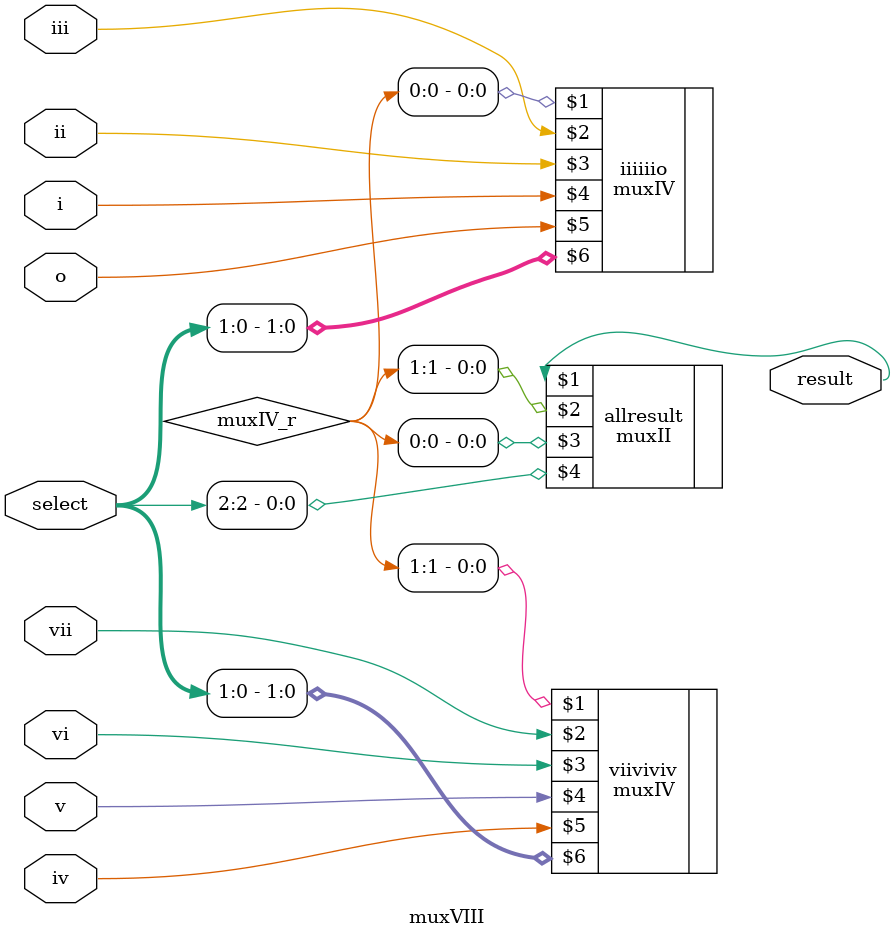
<source format=v>
module muxVIII(result	,
					vii		,
					vi			,
					v			,
					iv			,
					iii		,
					ii			,
					i			,
					o			,
					select);
	input			vii		,
					vi			,
					v			,
					iv			,
					iii		,
					ii			,
					i			,
					o			;
	input	[2:0]	select	;
	output		result	;
	wire	[1:0]	muxIV_r	;
	
	muxIV	iiiiiio	(muxIV_r[0], iii, ii, i, o, select[1:0]);
	muxIV viiviviv	(muxIV_r[1], vii, vi, v, iv, select[1:0]);
	muxII	allresult(result, muxIV_r[1], muxIV_r[0], select[2]);
endmodule

</source>
